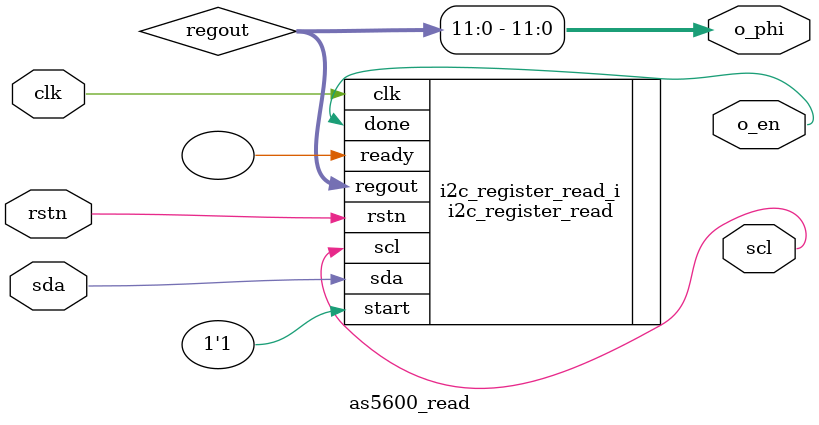
<source format=sv>


module as5600_read #(
    parameter   [15:0] CLK_DIV = 16'd10  // I2C SCL 时钟信号分频系数，SCL 时钟频率 = clk频率 / (4*CLK_DIV) ，例如若 clk 为 40MHz，CLK_DIV=10，则 SCL 频率为 40/(4*10) = 1MHz。注，AS5600 芯片要求 SCL 频率不超过 1MHz
)(
    input  wire        rstn,
    input  wire        clk,
    output wire        scl,              // I2C SCL 信号
    inout              sda,              // I2C SDA 信号
    output reg         o_en,             // 不断读取转子机械角度 φ，每读出一个新值，o_en 产生一个高电平脉冲
    output reg  [11:0] o_phi             // o_en 产生一个高电平脉冲的同时，o_phi 上产生最新的转自角度，取值范围0~4095。0对应0°；1024对应90°；2048对应180°；3072对应270°。
);

wire [15:0] regout;

assign o_phi = regout[11:0];

i2c_register_read #(
    .CLK_DIV ( CLK_DIV    )
) i2c_register_read_i (
    .rstn    ( rstn       ),
    .clk     ( clk        ),
    .scl     ( scl        ),
    .sda     ( sda        ),
    .start   ( 1'b1       ),
    .ready   (            ),
    .done    ( o_en       ),
    .regout  ( regout     )
);

endmodule

</source>
